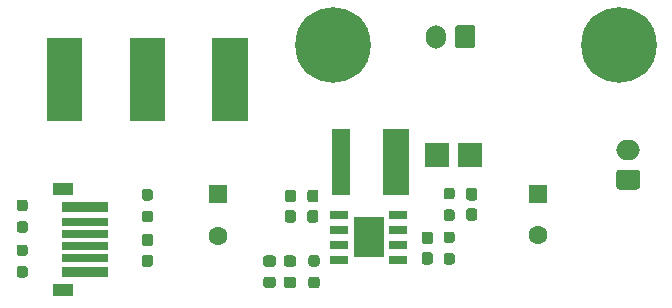
<source format=gbr>
%TF.GenerationSoftware,KiCad,Pcbnew,(5.1.9)-1*%
%TF.CreationDate,2021-11-10T21:50:44+01:00*%
%TF.ProjectId,smoke_extractor,736d6f6b-655f-4657-9874-726163746f72,rev?*%
%TF.SameCoordinates,Original*%
%TF.FileFunction,Soldermask,Top*%
%TF.FilePolarity,Negative*%
%FSLAX46Y46*%
G04 Gerber Fmt 4.6, Leading zero omitted, Abs format (unit mm)*
G04 Created by KiCad (PCBNEW (5.1.9)-1) date 2021-11-10 21:50:44*
%MOMM*%
%LPD*%
G01*
G04 APERTURE LIST*
%ADD10R,2.000000X2.000000*%
%ADD11C,0.800000*%
%ADD12C,6.400000*%
%ADD13O,2.000000X1.700000*%
%ADD14O,1.700000X2.000000*%
%ADD15R,1.600000X5.700000*%
%ADD16R,2.300000X5.700000*%
%ADD17C,1.600000*%
%ADD18R,1.600000X1.600000*%
%ADD19R,4.000000X0.700000*%
%ADD20R,4.000000X0.800000*%
%ADD21R,4.000000X0.900000*%
%ADD22C,0.100000*%
%ADD23R,1.505000X0.802000*%
%ADD24R,2.613000X3.502000*%
G04 APERTURE END LIST*
D10*
%TO.C,D1*%
X128300000Y-82300000D03*
X131100000Y-82300000D03*
%TD*%
D11*
%TO.C,H2*%
X145397056Y-71302944D03*
X143700000Y-70600000D03*
X142002944Y-71302944D03*
X141300000Y-73000000D03*
X142002944Y-74697056D03*
X143700000Y-75400000D03*
X145397056Y-74697056D03*
X146100000Y-73000000D03*
D12*
X143700000Y-73000000D03*
%TD*%
D13*
%TO.C,J3*%
X144500000Y-81900000D03*
G36*
G01*
X145250000Y-85250000D02*
X143750000Y-85250000D01*
G75*
G02*
X143500000Y-85000000I0J250000D01*
G01*
X143500000Y-83800000D01*
G75*
G02*
X143750000Y-83550000I250000J0D01*
G01*
X145250000Y-83550000D01*
G75*
G02*
X145500000Y-83800000I0J-250000D01*
G01*
X145500000Y-85000000D01*
G75*
G02*
X145250000Y-85250000I-250000J0D01*
G01*
G37*
%TD*%
D14*
%TO.C,J2*%
X128200000Y-72300000D03*
G36*
G01*
X131550000Y-71550000D02*
X131550000Y-73050000D01*
G75*
G02*
X131300000Y-73300000I-250000J0D01*
G01*
X130100000Y-73300000D01*
G75*
G02*
X129850000Y-73050000I0J250000D01*
G01*
X129850000Y-71550000D01*
G75*
G02*
X130100000Y-71300000I250000J0D01*
G01*
X131300000Y-71300000D01*
G75*
G02*
X131550000Y-71550000I0J-250000D01*
G01*
G37*
%TD*%
D15*
%TO.C,L1*%
X120150000Y-82950000D03*
D16*
X124850000Y-82950000D03*
%TD*%
%TO.C,R4*%
G36*
G01*
X103562500Y-87025000D02*
X104037500Y-87025000D01*
G75*
G02*
X104275000Y-87262500I0J-237500D01*
G01*
X104275000Y-87762500D01*
G75*
G02*
X104037500Y-88000000I-237500J0D01*
G01*
X103562500Y-88000000D01*
G75*
G02*
X103325000Y-87762500I0J237500D01*
G01*
X103325000Y-87262500D01*
G75*
G02*
X103562500Y-87025000I237500J0D01*
G01*
G37*
G36*
G01*
X103562500Y-85200000D02*
X104037500Y-85200000D01*
G75*
G02*
X104275000Y-85437500I0J-237500D01*
G01*
X104275000Y-85937500D01*
G75*
G02*
X104037500Y-86175000I-237500J0D01*
G01*
X103562500Y-86175000D01*
G75*
G02*
X103325000Y-85937500I0J237500D01*
G01*
X103325000Y-85437500D01*
G75*
G02*
X103562500Y-85200000I237500J0D01*
G01*
G37*
%TD*%
%TO.C,D2*%
G36*
G01*
X104037500Y-90050000D02*
X103562500Y-90050000D01*
G75*
G02*
X103325000Y-89812500I0J237500D01*
G01*
X103325000Y-89237500D01*
G75*
G02*
X103562500Y-89000000I237500J0D01*
G01*
X104037500Y-89000000D01*
G75*
G02*
X104275000Y-89237500I0J-237500D01*
G01*
X104275000Y-89812500D01*
G75*
G02*
X104037500Y-90050000I-237500J0D01*
G01*
G37*
G36*
G01*
X104037500Y-91800000D02*
X103562500Y-91800000D01*
G75*
G02*
X103325000Y-91562500I0J237500D01*
G01*
X103325000Y-90987500D01*
G75*
G02*
X103562500Y-90750000I237500J0D01*
G01*
X104037500Y-90750000D01*
G75*
G02*
X104275000Y-90987500I0J-237500D01*
G01*
X104275000Y-91562500D01*
G75*
G02*
X104037500Y-91800000I-237500J0D01*
G01*
G37*
%TD*%
D17*
%TO.C,C3*%
X109750000Y-89150000D03*
D18*
X109750000Y-85650000D03*
%TD*%
%TO.C,C1*%
G36*
G01*
X117562500Y-86975000D02*
X118037500Y-86975000D01*
G75*
G02*
X118275000Y-87212500I0J-237500D01*
G01*
X118275000Y-87812500D01*
G75*
G02*
X118037500Y-88050000I-237500J0D01*
G01*
X117562500Y-88050000D01*
G75*
G02*
X117325000Y-87812500I0J237500D01*
G01*
X117325000Y-87212500D01*
G75*
G02*
X117562500Y-86975000I237500J0D01*
G01*
G37*
G36*
G01*
X117562500Y-85250000D02*
X118037500Y-85250000D01*
G75*
G02*
X118275000Y-85487500I0J-237500D01*
G01*
X118275000Y-86087500D01*
G75*
G02*
X118037500Y-86325000I-237500J0D01*
G01*
X117562500Y-86325000D01*
G75*
G02*
X117325000Y-86087500I0J237500D01*
G01*
X117325000Y-85487500D01*
G75*
G02*
X117562500Y-85250000I237500J0D01*
G01*
G37*
%TD*%
%TO.C,R3*%
G36*
G01*
X129112500Y-90625000D02*
X129587500Y-90625000D01*
G75*
G02*
X129825000Y-90862500I0J-237500D01*
G01*
X129825000Y-91362500D01*
G75*
G02*
X129587500Y-91600000I-237500J0D01*
G01*
X129112500Y-91600000D01*
G75*
G02*
X128875000Y-91362500I0J237500D01*
G01*
X128875000Y-90862500D01*
G75*
G02*
X129112500Y-90625000I237500J0D01*
G01*
G37*
G36*
G01*
X129112500Y-88800000D02*
X129587500Y-88800000D01*
G75*
G02*
X129825000Y-89037500I0J-237500D01*
G01*
X129825000Y-89537500D01*
G75*
G02*
X129587500Y-89775000I-237500J0D01*
G01*
X129112500Y-89775000D01*
G75*
G02*
X128875000Y-89537500I0J237500D01*
G01*
X128875000Y-89037500D01*
G75*
G02*
X129112500Y-88800000I237500J0D01*
G01*
G37*
%TD*%
D11*
%TO.C,H1*%
X121197056Y-71302944D03*
X119500000Y-70600000D03*
X117802944Y-71302944D03*
X117100000Y-73000000D03*
X117802944Y-74697056D03*
X119500000Y-75400000D03*
X121197056Y-74697056D03*
X121900000Y-73000000D03*
D12*
X119500000Y-73000000D03*
%TD*%
D19*
%TO.C,U2*%
X98550000Y-89000000D03*
X98550000Y-90000000D03*
D20*
X98550000Y-88000000D03*
X98550000Y-91000000D03*
D21*
X98550000Y-86750000D03*
X98550000Y-92250000D03*
D22*
G36*
X97500000Y-84700000D02*
G01*
X97500000Y-85700000D01*
X95800000Y-85700000D01*
X95800000Y-84700000D01*
X97500000Y-84700000D01*
G37*
G36*
X97500000Y-93250000D02*
G01*
X97500000Y-94250000D01*
X95800000Y-94250000D01*
X95800000Y-93250000D01*
X97500000Y-93250000D01*
G37*
%TD*%
D23*
%TO.C,U1*%
X120052500Y-87395000D03*
X120052500Y-88665000D03*
X120052500Y-89935000D03*
X120052500Y-91205000D03*
X125047500Y-91205000D03*
X125047500Y-89935000D03*
X125047500Y-88665000D03*
X125047500Y-87395000D03*
D24*
X122550000Y-89300000D03*
%TD*%
D22*
%TO.C,SW1*%
G36*
X95300000Y-79450000D02*
G01*
X95300000Y-72450000D01*
X98300000Y-72450000D01*
X98300000Y-79450000D01*
X95300000Y-79450000D01*
G37*
G36*
X102300000Y-79450000D02*
G01*
X102300000Y-72450000D01*
X105300000Y-72450000D01*
X105300000Y-79450000D01*
X102300000Y-79450000D01*
G37*
G36*
X109300000Y-79450000D02*
G01*
X109300000Y-72450000D01*
X112300000Y-72450000D01*
X112300000Y-79450000D01*
X109300000Y-79450000D01*
G37*
%TD*%
%TO.C,R6*%
G36*
G01*
X92962500Y-91725000D02*
X93437500Y-91725000D01*
G75*
G02*
X93675000Y-91962500I0J-237500D01*
G01*
X93675000Y-92462500D01*
G75*
G02*
X93437500Y-92700000I-237500J0D01*
G01*
X92962500Y-92700000D01*
G75*
G02*
X92725000Y-92462500I0J237500D01*
G01*
X92725000Y-91962500D01*
G75*
G02*
X92962500Y-91725000I237500J0D01*
G01*
G37*
G36*
G01*
X92962500Y-89900000D02*
X93437500Y-89900000D01*
G75*
G02*
X93675000Y-90137500I0J-237500D01*
G01*
X93675000Y-90637500D01*
G75*
G02*
X93437500Y-90875000I-237500J0D01*
G01*
X92962500Y-90875000D01*
G75*
G02*
X92725000Y-90637500I0J237500D01*
G01*
X92725000Y-90137500D01*
G75*
G02*
X92962500Y-89900000I237500J0D01*
G01*
G37*
%TD*%
%TO.C,R5*%
G36*
G01*
X93437500Y-87075000D02*
X92962500Y-87075000D01*
G75*
G02*
X92725000Y-86837500I0J237500D01*
G01*
X92725000Y-86337500D01*
G75*
G02*
X92962500Y-86100000I237500J0D01*
G01*
X93437500Y-86100000D01*
G75*
G02*
X93675000Y-86337500I0J-237500D01*
G01*
X93675000Y-86837500D01*
G75*
G02*
X93437500Y-87075000I-237500J0D01*
G01*
G37*
G36*
G01*
X93437500Y-88900000D02*
X92962500Y-88900000D01*
G75*
G02*
X92725000Y-88662500I0J237500D01*
G01*
X92725000Y-88162500D01*
G75*
G02*
X92962500Y-87925000I237500J0D01*
G01*
X93437500Y-87925000D01*
G75*
G02*
X93675000Y-88162500I0J-237500D01*
G01*
X93675000Y-88662500D01*
G75*
G02*
X93437500Y-88900000I-237500J0D01*
G01*
G37*
%TD*%
%TO.C,R2*%
G36*
G01*
X129112500Y-86925000D02*
X129587500Y-86925000D01*
G75*
G02*
X129825000Y-87162500I0J-237500D01*
G01*
X129825000Y-87662500D01*
G75*
G02*
X129587500Y-87900000I-237500J0D01*
G01*
X129112500Y-87900000D01*
G75*
G02*
X128875000Y-87662500I0J237500D01*
G01*
X128875000Y-87162500D01*
G75*
G02*
X129112500Y-86925000I237500J0D01*
G01*
G37*
G36*
G01*
X129112500Y-85100000D02*
X129587500Y-85100000D01*
G75*
G02*
X129825000Y-85337500I0J-237500D01*
G01*
X129825000Y-85837500D01*
G75*
G02*
X129587500Y-86075000I-237500J0D01*
G01*
X129112500Y-86075000D01*
G75*
G02*
X128875000Y-85837500I0J237500D01*
G01*
X128875000Y-85337500D01*
G75*
G02*
X129112500Y-85100000I237500J0D01*
G01*
G37*
%TD*%
%TO.C,R1*%
G36*
G01*
X117662500Y-92625000D02*
X118137500Y-92625000D01*
G75*
G02*
X118375000Y-92862500I0J-237500D01*
G01*
X118375000Y-93362500D01*
G75*
G02*
X118137500Y-93600000I-237500J0D01*
G01*
X117662500Y-93600000D01*
G75*
G02*
X117425000Y-93362500I0J237500D01*
G01*
X117425000Y-92862500D01*
G75*
G02*
X117662500Y-92625000I237500J0D01*
G01*
G37*
G36*
G01*
X117662500Y-90800000D02*
X118137500Y-90800000D01*
G75*
G02*
X118375000Y-91037500I0J-237500D01*
G01*
X118375000Y-91537500D01*
G75*
G02*
X118137500Y-91775000I-237500J0D01*
G01*
X117662500Y-91775000D01*
G75*
G02*
X117425000Y-91537500I0J237500D01*
G01*
X117425000Y-91037500D01*
G75*
G02*
X117662500Y-90800000I237500J0D01*
G01*
G37*
%TD*%
D17*
%TO.C,C8*%
X136850000Y-89100000D03*
D18*
X136850000Y-85600000D03*
%TD*%
%TO.C,C7*%
G36*
G01*
X131012500Y-86825000D02*
X131487500Y-86825000D01*
G75*
G02*
X131725000Y-87062500I0J-237500D01*
G01*
X131725000Y-87662500D01*
G75*
G02*
X131487500Y-87900000I-237500J0D01*
G01*
X131012500Y-87900000D01*
G75*
G02*
X130775000Y-87662500I0J237500D01*
G01*
X130775000Y-87062500D01*
G75*
G02*
X131012500Y-86825000I237500J0D01*
G01*
G37*
G36*
G01*
X131012500Y-85100000D02*
X131487500Y-85100000D01*
G75*
G02*
X131725000Y-85337500I0J-237500D01*
G01*
X131725000Y-85937500D01*
G75*
G02*
X131487500Y-86175000I-237500J0D01*
G01*
X131012500Y-86175000D01*
G75*
G02*
X130775000Y-85937500I0J237500D01*
G01*
X130775000Y-85337500D01*
G75*
G02*
X131012500Y-85100000I237500J0D01*
G01*
G37*
%TD*%
%TO.C,C6*%
G36*
G01*
X127262500Y-90525000D02*
X127737500Y-90525000D01*
G75*
G02*
X127975000Y-90762500I0J-237500D01*
G01*
X127975000Y-91362500D01*
G75*
G02*
X127737500Y-91600000I-237500J0D01*
G01*
X127262500Y-91600000D01*
G75*
G02*
X127025000Y-91362500I0J237500D01*
G01*
X127025000Y-90762500D01*
G75*
G02*
X127262500Y-90525000I237500J0D01*
G01*
G37*
G36*
G01*
X127262500Y-88800000D02*
X127737500Y-88800000D01*
G75*
G02*
X127975000Y-89037500I0J-237500D01*
G01*
X127975000Y-89637500D01*
G75*
G02*
X127737500Y-89875000I-237500J0D01*
G01*
X127262500Y-89875000D01*
G75*
G02*
X127025000Y-89637500I0J237500D01*
G01*
X127025000Y-89037500D01*
G75*
G02*
X127262500Y-88800000I237500J0D01*
G01*
G37*
%TD*%
%TO.C,C5*%
G36*
G01*
X114675000Y-91062500D02*
X114675000Y-91537500D01*
G75*
G02*
X114437500Y-91775000I-237500J0D01*
G01*
X113837500Y-91775000D01*
G75*
G02*
X113600000Y-91537500I0J237500D01*
G01*
X113600000Y-91062500D01*
G75*
G02*
X113837500Y-90825000I237500J0D01*
G01*
X114437500Y-90825000D01*
G75*
G02*
X114675000Y-91062500I0J-237500D01*
G01*
G37*
G36*
G01*
X116400000Y-91062500D02*
X116400000Y-91537500D01*
G75*
G02*
X116162500Y-91775000I-237500J0D01*
G01*
X115562500Y-91775000D01*
G75*
G02*
X115325000Y-91537500I0J237500D01*
G01*
X115325000Y-91062500D01*
G75*
G02*
X115562500Y-90825000I237500J0D01*
G01*
X116162500Y-90825000D01*
G75*
G02*
X116400000Y-91062500I0J-237500D01*
G01*
G37*
%TD*%
%TO.C,C4*%
G36*
G01*
X114675000Y-92862500D02*
X114675000Y-93337500D01*
G75*
G02*
X114437500Y-93575000I-237500J0D01*
G01*
X113837500Y-93575000D01*
G75*
G02*
X113600000Y-93337500I0J237500D01*
G01*
X113600000Y-92862500D01*
G75*
G02*
X113837500Y-92625000I237500J0D01*
G01*
X114437500Y-92625000D01*
G75*
G02*
X114675000Y-92862500I0J-237500D01*
G01*
G37*
G36*
G01*
X116400000Y-92862500D02*
X116400000Y-93337500D01*
G75*
G02*
X116162500Y-93575000I-237500J0D01*
G01*
X115562500Y-93575000D01*
G75*
G02*
X115325000Y-93337500I0J237500D01*
G01*
X115325000Y-92862500D01*
G75*
G02*
X115562500Y-92625000I237500J0D01*
G01*
X116162500Y-92625000D01*
G75*
G02*
X116400000Y-92862500I0J-237500D01*
G01*
G37*
%TD*%
%TO.C,C2*%
G36*
G01*
X115662500Y-86975000D02*
X116137500Y-86975000D01*
G75*
G02*
X116375000Y-87212500I0J-237500D01*
G01*
X116375000Y-87812500D01*
G75*
G02*
X116137500Y-88050000I-237500J0D01*
G01*
X115662500Y-88050000D01*
G75*
G02*
X115425000Y-87812500I0J237500D01*
G01*
X115425000Y-87212500D01*
G75*
G02*
X115662500Y-86975000I237500J0D01*
G01*
G37*
G36*
G01*
X115662500Y-85250000D02*
X116137500Y-85250000D01*
G75*
G02*
X116375000Y-85487500I0J-237500D01*
G01*
X116375000Y-86087500D01*
G75*
G02*
X116137500Y-86325000I-237500J0D01*
G01*
X115662500Y-86325000D01*
G75*
G02*
X115425000Y-86087500I0J237500D01*
G01*
X115425000Y-85487500D01*
G75*
G02*
X115662500Y-85250000I237500J0D01*
G01*
G37*
%TD*%
M02*

</source>
